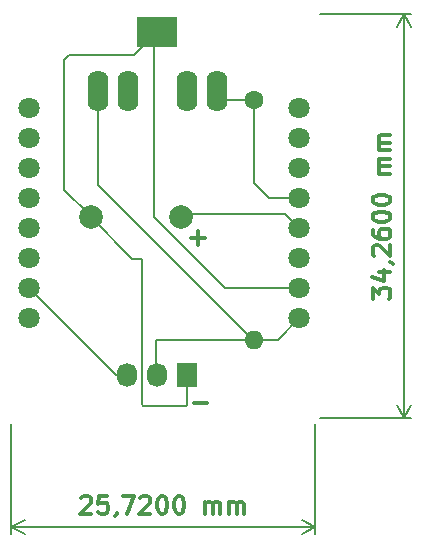
<source format=gbr>
%TF.GenerationSoftware,KiCad,Pcbnew,(6.0.4)*%
%TF.CreationDate,2023-09-26T18:39:51+02:00*%
%TF.ProjectId,BrausteuerungV4_Prototypplatine,42726175-7374-4657-9565-72756e675634,rev?*%
%TF.SameCoordinates,Original*%
%TF.FileFunction,Copper,L1,Top*%
%TF.FilePolarity,Positive*%
%FSLAX46Y46*%
G04 Gerber Fmt 4.6, Leading zero omitted, Abs format (unit mm)*
G04 Created by KiCad (PCBNEW (6.0.4)) date 2023-09-26 18:39:51*
%MOMM*%
%LPD*%
G01*
G04 APERTURE LIST*
%ADD10C,0.300000*%
%TA.AperFunction,NonConductor*%
%ADD11C,0.300000*%
%TD*%
%TA.AperFunction,NonConductor*%
%ADD12C,0.200000*%
%TD*%
%TA.AperFunction,ComponentPad*%
%ADD13C,1.600000*%
%TD*%
%TA.AperFunction,ComponentPad*%
%ADD14O,1.600000X1.600000*%
%TD*%
%TA.AperFunction,ComponentPad*%
%ADD15C,2.000000*%
%TD*%
%TA.AperFunction,ComponentPad*%
%ADD16C,1.800000*%
%TD*%
%TA.AperFunction,ComponentPad*%
%ADD17R,3.500000X2.500000*%
%TD*%
%TA.AperFunction,ComponentPad*%
%ADD18O,1.750000X3.500000*%
%TD*%
%TA.AperFunction,ComponentPad*%
%ADD19R,1.727200X2.032000*%
%TD*%
%TA.AperFunction,ComponentPad*%
%ADD20O,1.727200X2.032000*%
%TD*%
%TA.AperFunction,Conductor*%
%ADD21C,0.200000*%
%TD*%
G04 APERTURE END LIST*
D10*
D11*
X80308571Y-72627142D02*
X81451428Y-72627142D01*
X80880000Y-73198571D02*
X80880000Y-72055714D01*
D10*
D11*
X80528571Y-86627142D02*
X81671428Y-86627142D01*
D10*
D11*
X71011428Y-94601428D02*
X71082857Y-94530000D01*
X71225714Y-94458571D01*
X71582857Y-94458571D01*
X71725714Y-94530000D01*
X71797142Y-94601428D01*
X71868571Y-94744285D01*
X71868571Y-94887142D01*
X71797142Y-95101428D01*
X70940000Y-95958571D01*
X71868571Y-95958571D01*
X73225714Y-94458571D02*
X72511428Y-94458571D01*
X72440000Y-95172857D01*
X72511428Y-95101428D01*
X72654285Y-95030000D01*
X73011428Y-95030000D01*
X73154285Y-95101428D01*
X73225714Y-95172857D01*
X73297142Y-95315714D01*
X73297142Y-95672857D01*
X73225714Y-95815714D01*
X73154285Y-95887142D01*
X73011428Y-95958571D01*
X72654285Y-95958571D01*
X72511428Y-95887142D01*
X72440000Y-95815714D01*
X74011428Y-95887142D02*
X74011428Y-95958571D01*
X73940000Y-96101428D01*
X73868571Y-96172857D01*
X74511428Y-94458571D02*
X75511428Y-94458571D01*
X74868571Y-95958571D01*
X76011428Y-94601428D02*
X76082857Y-94530000D01*
X76225714Y-94458571D01*
X76582857Y-94458571D01*
X76725714Y-94530000D01*
X76797142Y-94601428D01*
X76868571Y-94744285D01*
X76868571Y-94887142D01*
X76797142Y-95101428D01*
X75940000Y-95958571D01*
X76868571Y-95958571D01*
X77797142Y-94458571D02*
X77940000Y-94458571D01*
X78082857Y-94530000D01*
X78154285Y-94601428D01*
X78225714Y-94744285D01*
X78297142Y-95030000D01*
X78297142Y-95387142D01*
X78225714Y-95672857D01*
X78154285Y-95815714D01*
X78082857Y-95887142D01*
X77940000Y-95958571D01*
X77797142Y-95958571D01*
X77654285Y-95887142D01*
X77582857Y-95815714D01*
X77511428Y-95672857D01*
X77440000Y-95387142D01*
X77440000Y-95030000D01*
X77511428Y-94744285D01*
X77582857Y-94601428D01*
X77654285Y-94530000D01*
X77797142Y-94458571D01*
X79225714Y-94458571D02*
X79368571Y-94458571D01*
X79511428Y-94530000D01*
X79582857Y-94601428D01*
X79654285Y-94744285D01*
X79725714Y-95030000D01*
X79725714Y-95387142D01*
X79654285Y-95672857D01*
X79582857Y-95815714D01*
X79511428Y-95887142D01*
X79368571Y-95958571D01*
X79225714Y-95958571D01*
X79082857Y-95887142D01*
X79011428Y-95815714D01*
X78940000Y-95672857D01*
X78868571Y-95387142D01*
X78868571Y-95030000D01*
X78940000Y-94744285D01*
X79011428Y-94601428D01*
X79082857Y-94530000D01*
X79225714Y-94458571D01*
X81511428Y-95958571D02*
X81511428Y-94958571D01*
X81511428Y-95101428D02*
X81582857Y-95030000D01*
X81725714Y-94958571D01*
X81940000Y-94958571D01*
X82082857Y-95030000D01*
X82154285Y-95172857D01*
X82154285Y-95958571D01*
X82154285Y-95172857D02*
X82225714Y-95030000D01*
X82368571Y-94958571D01*
X82582857Y-94958571D01*
X82725714Y-95030000D01*
X82797142Y-95172857D01*
X82797142Y-95958571D01*
X83511428Y-95958571D02*
X83511428Y-94958571D01*
X83511428Y-95101428D02*
X83582857Y-95030000D01*
X83725714Y-94958571D01*
X83940000Y-94958571D01*
X84082857Y-95030000D01*
X84154285Y-95172857D01*
X84154285Y-95958571D01*
X84154285Y-95172857D02*
X84225714Y-95030000D01*
X84368571Y-94958571D01*
X84582857Y-94958571D01*
X84725714Y-95030000D01*
X84797142Y-95172857D01*
X84797142Y-95958571D01*
D12*
X65080000Y-88380000D02*
X65080000Y-97666420D01*
X90800000Y-88380000D02*
X90800000Y-97666420D01*
X65080000Y-97080000D02*
X90800000Y-97080000D01*
X65080000Y-97080000D02*
X90800000Y-97080000D01*
X65080000Y-97080000D02*
X66206504Y-97666421D01*
X65080000Y-97080000D02*
X66206504Y-96493579D01*
X90800000Y-97080000D02*
X89673496Y-96493579D01*
X90800000Y-97080000D02*
X89673496Y-97666421D01*
D10*
D11*
X95678571Y-77760000D02*
X95678571Y-76831428D01*
X96250000Y-77331428D01*
X96250000Y-77117142D01*
X96321428Y-76974285D01*
X96392857Y-76902857D01*
X96535714Y-76831428D01*
X96892857Y-76831428D01*
X97035714Y-76902857D01*
X97107142Y-76974285D01*
X97178571Y-77117142D01*
X97178571Y-77545714D01*
X97107142Y-77688571D01*
X97035714Y-77760000D01*
X96178571Y-75545714D02*
X97178571Y-75545714D01*
X95607142Y-75902857D02*
X96678571Y-76260000D01*
X96678571Y-75331428D01*
X97107142Y-74688571D02*
X97178571Y-74688571D01*
X97321428Y-74760000D01*
X97392857Y-74831428D01*
X95821428Y-74117142D02*
X95750000Y-74045714D01*
X95678571Y-73902857D01*
X95678571Y-73545714D01*
X95750000Y-73402857D01*
X95821428Y-73331428D01*
X95964285Y-73260000D01*
X96107142Y-73260000D01*
X96321428Y-73331428D01*
X97178571Y-74188571D01*
X97178571Y-73260000D01*
X95678571Y-71974285D02*
X95678571Y-72260000D01*
X95750000Y-72402857D01*
X95821428Y-72474285D01*
X96035714Y-72617142D01*
X96321428Y-72688571D01*
X96892857Y-72688571D01*
X97035714Y-72617142D01*
X97107142Y-72545714D01*
X97178571Y-72402857D01*
X97178571Y-72117142D01*
X97107142Y-71974285D01*
X97035714Y-71902857D01*
X96892857Y-71831428D01*
X96535714Y-71831428D01*
X96392857Y-71902857D01*
X96321428Y-71974285D01*
X96250000Y-72117142D01*
X96250000Y-72402857D01*
X96321428Y-72545714D01*
X96392857Y-72617142D01*
X96535714Y-72688571D01*
X95678571Y-70902857D02*
X95678571Y-70760000D01*
X95750000Y-70617142D01*
X95821428Y-70545714D01*
X95964285Y-70474285D01*
X96250000Y-70402857D01*
X96607142Y-70402857D01*
X96892857Y-70474285D01*
X97035714Y-70545714D01*
X97107142Y-70617142D01*
X97178571Y-70760000D01*
X97178571Y-70902857D01*
X97107142Y-71045714D01*
X97035714Y-71117142D01*
X96892857Y-71188571D01*
X96607142Y-71260000D01*
X96250000Y-71260000D01*
X95964285Y-71188571D01*
X95821428Y-71117142D01*
X95750000Y-71045714D01*
X95678571Y-70902857D01*
X95678571Y-69474285D02*
X95678571Y-69331428D01*
X95750000Y-69188571D01*
X95821428Y-69117142D01*
X95964285Y-69045714D01*
X96250000Y-68974285D01*
X96607142Y-68974285D01*
X96892857Y-69045714D01*
X97035714Y-69117142D01*
X97107142Y-69188571D01*
X97178571Y-69331428D01*
X97178571Y-69474285D01*
X97107142Y-69617142D01*
X97035714Y-69688571D01*
X96892857Y-69760000D01*
X96607142Y-69831428D01*
X96250000Y-69831428D01*
X95964285Y-69760000D01*
X95821428Y-69688571D01*
X95750000Y-69617142D01*
X95678571Y-69474285D01*
X97178571Y-67188571D02*
X96178571Y-67188571D01*
X96321428Y-67188571D02*
X96250000Y-67117142D01*
X96178571Y-66974285D01*
X96178571Y-66760000D01*
X96250000Y-66617142D01*
X96392857Y-66545714D01*
X97178571Y-66545714D01*
X96392857Y-66545714D02*
X96250000Y-66474285D01*
X96178571Y-66331428D01*
X96178571Y-66117142D01*
X96250000Y-65974285D01*
X96392857Y-65902857D01*
X97178571Y-65902857D01*
X97178571Y-65188571D02*
X96178571Y-65188571D01*
X96321428Y-65188571D02*
X96250000Y-65117142D01*
X96178571Y-64974285D01*
X96178571Y-64760000D01*
X96250000Y-64617142D01*
X96392857Y-64545714D01*
X97178571Y-64545714D01*
X96392857Y-64545714D02*
X96250000Y-64474285D01*
X96178571Y-64331428D01*
X96178571Y-64117142D01*
X96250000Y-63974285D01*
X96392857Y-63902857D01*
X97178571Y-63902857D01*
D12*
X91250000Y-87890000D02*
X98886420Y-87890000D01*
X91250000Y-53630000D02*
X98886420Y-53630000D01*
X98300000Y-87890000D02*
X98300000Y-53630000D01*
X98300000Y-87890000D02*
X98300000Y-53630000D01*
X98300000Y-87890000D02*
X98886421Y-86763496D01*
X98300000Y-87890000D02*
X97713579Y-86763496D01*
X98300000Y-53630000D02*
X97713579Y-54756504D01*
X98300000Y-53630000D02*
X98886421Y-54756504D01*
D13*
%TO.P,R4\u002C7K,1*%
%TO.N,N/C*%
X85620000Y-60900000D03*
D14*
%TO.P,R4\u002C7K,2*%
X85620000Y-81220000D03*
%TD*%
D15*
%TO.P,Piezzo,1*%
%TO.N,N/C*%
X79440000Y-70870000D03*
%TO.P,Piezzo,2*%
X71820000Y-70890000D03*
%TD*%
D16*
%TO.P,REF\u002A\u002A,1*%
%TO.N,N/C*%
X66610000Y-79410000D03*
%TO.P,REF\u002A\u002A,2*%
X66610000Y-76870000D03*
%TO.P,REF\u002A\u002A,3*%
X66610000Y-74330000D03*
%TO.P,REF\u002A\u002A,4*%
X66610000Y-71790000D03*
%TO.P,REF\u002A\u002A,5*%
X66610000Y-69250000D03*
%TO.P,REF\u002A\u002A,6*%
X66610000Y-66710000D03*
%TO.P,REF\u002A\u002A,7*%
X66610000Y-64170000D03*
%TO.P,REF\u002A\u002A,8*%
X66610000Y-61630000D03*
%TO.P,REF\u002A\u002A,9*%
X89470000Y-61630000D03*
%TO.P,REF\u002A\u002A,10*%
X89470000Y-64170000D03*
%TO.P,REF\u002A\u002A,11*%
X89470000Y-66710000D03*
%TO.P,REF\u002A\u002A,12*%
X89470000Y-69250000D03*
%TO.P,REF\u002A\u002A,13*%
X89470000Y-71790000D03*
%TO.P,REF\u002A\u002A,14*%
X89470000Y-74330000D03*
%TO.P,REF\u002A\u002A,15*%
X89470000Y-76870000D03*
%TO.P,REF\u002A\u002A,16*%
X89470000Y-79410000D03*
%TD*%
D17*
%TO.P,Stereo3\u002C5,1*%
%TO.N,N/C*%
X77460000Y-55164000D03*
D18*
%TO.P,Stereo3\u002C5,2*%
X82460000Y-60170000D03*
%TO.P,Stereo3\u002C5,3*%
X79960000Y-60170000D03*
%TO.P,Stereo3\u002C5,4*%
X74960000Y-60170000D03*
%TO.P,Stereo3\u002C5,5*%
X72460000Y-60170000D03*
%TD*%
D19*
%TO.P,FS1000A,1*%
%TO.N,N/C*%
X79960000Y-84210000D03*
D20*
%TO.P,FS1000A,2*%
X77420000Y-84210000D03*
%TO.P,FS1000A,3*%
X74880000Y-84210000D03*
%TD*%
D21*
%TO.N,*%
X83190000Y-60900000D02*
X82460000Y-60170000D01*
X77320000Y-84110000D02*
X77320000Y-81220000D01*
X77460000Y-55164000D02*
X77210000Y-55414000D01*
X74880000Y-84210000D02*
X73950000Y-84210000D01*
X83210000Y-76870000D02*
X89470000Y-76870000D01*
X77210000Y-55414000D02*
X77210000Y-70870000D01*
X73950000Y-84210000D02*
X66610000Y-76870000D01*
X85620000Y-60900000D02*
X83190000Y-60900000D01*
X79960000Y-86740000D02*
X79870000Y-86830000D01*
X89470000Y-79410000D02*
X87660000Y-81220000D01*
X77320000Y-81220000D02*
X87660000Y-81220000D01*
X79960000Y-84210000D02*
X79960000Y-86740000D01*
X85620000Y-67940000D02*
X86930000Y-69250000D01*
X79320000Y-70610000D02*
X88290000Y-70610000D01*
X69590000Y-57580000D02*
X70010000Y-57160000D01*
X76130000Y-74370000D02*
X75300000Y-74370000D01*
X70010000Y-57160000D02*
X75464000Y-57160000D01*
X79870000Y-86830000D02*
X76250000Y-86830000D01*
X88290000Y-70610000D02*
X89470000Y-71790000D01*
X71700000Y-70630000D02*
X69590000Y-68520000D01*
X77210000Y-70870000D02*
X83210000Y-76870000D01*
X86930000Y-69250000D02*
X89470000Y-69250000D01*
X77420000Y-84210000D02*
X77320000Y-84110000D01*
X76130000Y-86710000D02*
X76130000Y-74370000D01*
X85540000Y-81220000D02*
X72460000Y-68140000D01*
X75464000Y-57160000D02*
X77460000Y-55164000D01*
X69590000Y-68520000D02*
X69590000Y-57580000D01*
X72460000Y-68140000D02*
X72460000Y-60170000D01*
X85620000Y-60900000D02*
X85620000Y-67940000D01*
X75300000Y-74370000D02*
X71820000Y-70890000D01*
X76250000Y-86830000D02*
X76130000Y-86710000D01*
%TD*%
M02*

</source>
